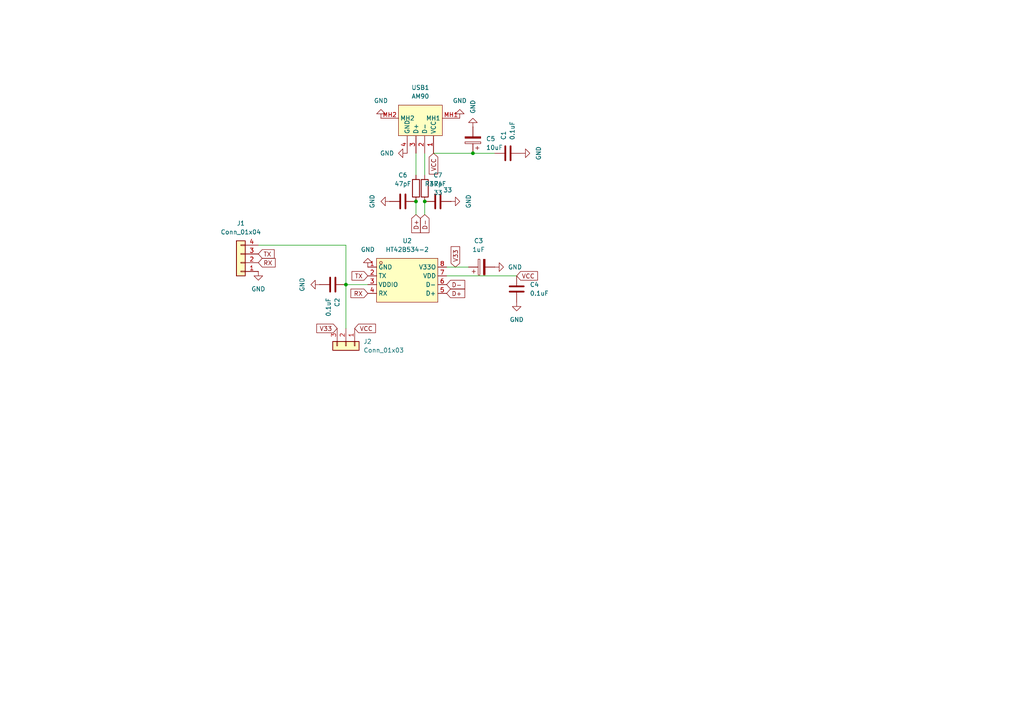
<source format=kicad_sch>
(kicad_sch (version 20231120) (generator "eeschema") (generator_version "8.0")
  (paper "A4")
  (lib_symbols
    (symbol "Connector_Generic:Conn_01x03" (pin_names (offset 1.016) hide)
      (property "Reference" "J" (at 0 5.08 0))
      (property "Value" "Conn_01x03" (at 0 -5.08 0))
      (symbol "Conn_01x03_1_1"
        (rectangle (start -1.27 -2.413) (end 0 -2.667) (stroke (width 0.1524)))
        (rectangle (start -1.27 0.127) (end 0 -0.127) (stroke (width 0.1524)))
        (rectangle (start -1.27 2.667) (end 0 2.413) (stroke (width 0.1524)))
        (rectangle (start -1.27 3.81) (end 1.27 -3.81) (stroke (width 0.254)) (fill (type background)))
        (pin passive line (at -5.08 2.54 0) (length 3.81) (name "Pin_1") (number "1"))
        (pin passive line (at -5.08 0 0) (length 3.81) (name "Pin_2") (number "2"))
        (pin passive line (at -5.08 -2.54 0) (length 3.81) (name "Pin_3") (number "3"))
      )
    )
    (symbol "Connector_Generic:Conn_01x04" (pin_names (offset 1.016) hide)
      (property "Reference" "J" (at 0 5.08 0))
      (property "Value" "Conn_01x04" (at 0 -7.62 0))
      (symbol "Conn_01x04_1_1"
        (rectangle (start -1.27 -4.953) (end 0 -5.207) (stroke (width 0.1524)))
        (rectangle (start -1.27 -2.413) (end 0 -2.667) (stroke (width 0.1524)))
        (rectangle (start -1.27 0.127) (end 0 -0.127) (stroke (width 0.1524)))
        (rectangle (start -1.27 2.667) (end 0 2.413) (stroke (width 0.1524)))
        (rectangle (start -1.27 3.81) (end 1.27 -6.35) (stroke (width 0.254)) (fill (type background)))
        (pin passive line (at -5.08 2.54 0) (length 3.81) (name "Pin_1") (number "1"))
        (pin passive line (at -5.08 0 0) (length 3.81) (name "Pin_2") (number "2"))
        (pin passive line (at -5.08 -2.54 0) (length 3.81) (name "Pin_3") (number "3"))
        (pin passive line (at -5.08 -5.08 0) (length 3.81) (name "Pin_4") (number "4"))
      )
    )
    (symbol "Device:C" (pin_numbers hide) (pin_names (offset 0.254))
      (property "Reference" "C" (at 0.635 2.54 0))
      (property "Value" "C" (at 0.635 -2.54 0))
      (symbol "C_0_1"
        (polyline (pts (xy -2.032 -0.762) (xy 2.032 -0.762)) (stroke (width 0.508)))
        (polyline (pts (xy -2.032 0.762) (xy 2.032 0.762)) (stroke (width 0.508)))
      )
      (symbol "C_1_1"
        (pin passive line (at 0 3.81 270) (length 2.794) (name "~") (number "1"))
        (pin passive line (at 0 -3.81 90) (length 2.794) (name "~") (number "2"))
      )
    )
    (symbol "Device:C_Polarized" (pin_numbers hide) (pin_names (offset 0.254))
      (property "Reference" "C" (at 0.635 2.54 0))
      (property "Value" "C_Polarized" (at 0.635 -2.54 0))
      (symbol "C_Polarized_0_1"
        (rectangle (start -2.286 0.508) (end 2.286 1.016))
        (polyline (pts (xy -1.778 2.286) (xy -0.762 2.286)))
        (polyline (pts (xy -1.27 2.794) (xy -1.27 1.778)))
        (rectangle (start 2.286 -0.508) (end -2.286 -1.016) (fill (type outline)))
      )
      (symbol "C_Polarized_1_1"
        (pin passive line (at 0 3.81 270) (length 2.794) (name "~") (number "1"))
        (pin passive line (at 0 -3.81 90) (length 2.794) (name "~") (number "2"))
      )
    )
    (symbol "Device:R" (pin_numbers hide) (pin_names (offset 0))
      (property "Reference" "R" (at 2.032 0 90))
      (property "Value" "R" (at 0 0 90))
      (symbol "R_0_1"
        (rectangle (start -1.016 -2.54) (end 1.016 2.54) (stroke (width 0.254)))
      )
      (symbol "R_1_1"
        (pin passive line (at 0 3.81 270) (length 1.27) (name "~") (number "1"))
        (pin passive line (at 0 -3.81 90) (length 1.27) (name "~") (number "2"))
      )
    )
    (symbol "easyeda2kicad:AM90"
      (property "Reference" "USB" (at 0 17.78 0))
      (property "Value" "AM90" (at 0 -15.24 0))
      (symbol "AM90_0_1"
        (rectangle (start -3.81 7.62) (end 5.08 -5.08) (fill (type background)))
        (pin input line (at 10.16 5.08 180) (length 5.08) (name "VCC") (number "1"))
        (pin input line (at 10.16 2.54 180) (length 5.08) (name "D-") (number "2"))
        (pin input line (at 10.16 0 180) (length 5.08) (name "D+") (number "3"))
        (pin input line (at 10.16 -2.54 180) (length 5.08) (name "GND") (number "4"))
        (pin unspecified line (at 0 12.7 270) (length 5.08) (name "MH1") (number "MH1"))
        (pin unspecified line (at 0 -10.16 90) (length 5.08) (name "MH2") (number "MH2"))
      )
    )
    (symbol "easyeda2kicad:HT42B534-2"
      (property "Reference" "U" (at 0 8.89 0))
      (property "Value" "HT42B534-2" (at 0 -8.89 0))
      (symbol "HT42B534-2_0_1"
        (rectangle (start -8.89 6.35) (end 8.89 -6.35) (fill (type background)))
        (circle (center -7.62 5.08) (radius 0.38))
        (pin unspecified line (at -11.43 3.81 0) (length 2.54) (name "GND") (number "1"))
        (pin unspecified line (at -11.43 1.27 0) (length 2.54) (name "TX") (number "2"))
        (pin unspecified line (at -11.43 -1.27 0) (length 2.54) (name "VDDIO") (number "3"))
        (pin unspecified line (at -11.43 -3.81 0) (length 2.54) (name "RX") (number "4"))
        (pin unspecified line (at 11.43 -3.81 180) (length 2.54) (name "D+") (number "5"))
        (pin unspecified line (at 11.43 -1.27 180) (length 2.54) (name "D-") (number "6"))
        (pin unspecified line (at 11.43 1.27 180) (length 2.54) (name "VDD") (number "7"))
        (pin unspecified line (at 11.43 3.81 180) (length 2.54) (name "V33O") (number "8"))
      )
    )
    (symbol "power:GND" (power) (pin_numbers hide) (pin_names (offset 0) hide)
      (property "Value" "GND" (at 0 -3.81 0))
      (symbol "GND_0_1"
        (polyline (pts (xy 0 0) (xy 0 -1.27) (xy 1.27 -1.27) (xy 0 -2.54) (xy -1.27 -1.27) (xy 0 -1.27)))
      )
      (symbol "GND_1_1"
        (pin power_in line (at 0 0 270) (length 0) (name "~") (number "1"))
      )
    )
  )
  (junction (at 123.19 58.42))
  (junction (at 120.65 58.42))
  (junction (at 137.16 44.45))
  (junction (at 100.33 82.55))
  (wire (pts (xy 120.65 62.23) (xy 120.65 58.42)))
  (wire (pts (xy 120.65 50.8) (xy 120.65 44.45)))
  (wire (pts (xy 123.19 62.23) (xy 123.19 58.42)))
  (wire (pts (xy 125.73 44.45) (xy 137.16 44.45)))
  (wire (pts (xy 137.16 44.45) (xy 143.51 44.45)))
  (wire (pts (xy 100.33 82.55) (xy 106.68 82.55)))
  (wire (pts (xy 129.54 80.01) (xy 149.86 80.01)))
  (wire (pts (xy 100.33 71.12) (xy 74.93 71.12)))
  (wire (pts (xy 135.89 77.47) (xy 129.54 77.47)))
  (wire (pts (xy 100.33 71.12) (xy 100.33 82.55)))
  (wire (pts (xy 100.33 82.55) (xy 100.33 95.25)))
  (wire (pts (xy 123.19 50.8) (xy 123.19 44.45)))
  (global_label "D-" (shape input) (at 123.19 62.23 270) (property "Intersheetrefs" "${INTERSHEET_REFS}" (effects (hide yes))))
  (global_label "VCC" (shape input) (at 125.73 44.45 270) (property "Intersheetrefs" "${INTERSHEET_REFS}" (effects (hide yes))))
  (global_label "RX" (shape input) (at 74.93 76.2 0) (property "Intersheetrefs" "${INTERSHEET_REFS}" (effects (hide yes))))
  (global_label "TX" (shape input) (at 106.68 80.01 180) (property "Intersheetrefs" "${INTERSHEET_REFS}" (effects (hide yes))))
  (global_label "V33" (shape input) (at 97.79 95.25 180) (property "Intersheetrefs" "${INTERSHEET_REFS}" (effects (hide yes))))
  (global_label "D+" (shape input) (at 120.65 62.23 270) (property "Intersheetrefs" "${INTERSHEET_REFS}" (effects (hide yes))))
  (global_label "D+" (shape input) (at 129.54 85.09 0) (property "Intersheetrefs" "${INTERSHEET_REFS}" (effects (hide yes))))
  (global_label "D-" (shape input) (at 129.54 82.55 0) (property "Intersheetrefs" "${INTERSHEET_REFS}" (effects (hide yes))))
  (global_label "RX" (shape input) (at 106.68 85.09 180) (property "Intersheetrefs" "${INTERSHEET_REFS}" (effects (hide yes))))
  (global_label "VCC" (shape input) (at 149.86 80.01 0) (property "Intersheetrefs" "${INTERSHEET_REFS}" (effects (hide yes))))
  (global_label "VCC" (shape input) (at 102.87 95.25 0) (property "Intersheetrefs" "${INTERSHEET_REFS}" (effects (hide yes))))
  (global_label "TX" (shape input) (at 74.93 73.66 0) (property "Intersheetrefs" "${INTERSHEET_REFS}" (effects (hide yes))))
  (global_label "V33" (shape input) (at 132.08 77.47 90) (property "Intersheetrefs" "${INTERSHEET_REFS}" (effects (hide yes))))
  (symbol (lib_id "Device:C_Polarized") (at 137.16 40.64 180) (unit 1)
    (property "Reference" "C5" (at 140.97 40.2589 0) (effects (justify right)))
    (property "Value" "10uF" (at 140.97 42.7989 0) (effects (justify right)))
    (property "Footprint" "Capacitor_SMD:C_Elec_5x5.4" (effects (hide yes)))
    (property "Description" "Polarized capacitor" (effects (hide yes)))
    (property "LSCS" "C4747971" (effects (hide yes)))
  )
  (symbol (lib_id "power:GND") (at 110.49 34.29 180) (unit 1)
    (property "Reference" "#PWR03" (effects (hide yes)))
    (property "Value" "GND" (at 110.49 29.21 0))
    (property "Description" "Power symbol creates a global label with name \"GND\" , ground" (effects (hide yes)))
  )
  (symbol (lib_id "Device:C_Polarized") (at 139.7 77.47 90) (unit 1)
    (property "Reference" "C3" (at 138.811 69.85 90))
    (property "Value" "1uF" (at 138.811 72.39 90))
    (property "Footprint" "Capacitor_SMD:CP_Elec_4x5.4" (effects (hide yes)))
    (property "Description" "Polarized capacitor" (effects (hide yes)))
    (property "LCSC" "C4747972" (effects (hide yes)))
  )
  (symbol (lib_id "power:GND") (at 113.03 58.42 270) (unit 1)
    (property "Reference" "#PWR011" (effects (hide yes)))
    (property "Value" "GND" (at 107.95 58.42 0))
    (property "Description" "Power symbol creates a global label with name \"GND\" , ground" (effects (hide yes)))
  )
  (symbol (lib_id "easyeda2kicad:AM90") (at 120.65 34.29 270) (unit 1)
    (property "Reference" "USB1" (at 121.92 25.4 90))
    (property "Value" "AM90" (at 121.92 27.94 90))
    (property "Footprint" "easyeda2kicad:USB-AM-TH_AM90" (effects (hide yes)))
    (property "LCSC Part" "C404965" (effects (hide yes)))
  )
  (symbol (lib_id "Device:C") (at 127 58.42 90) (mirror x) (unit 1)
    (property "Reference" "C7" (at 127 50.8 90))
    (property "Value" "47pF" (at 127 53.34 90))
    (property "Footprint" "Capacitor_SMD:C_0603_1608Metric" (effects (hide yes)))
    (property "Description" "Unpolarized capacitor" (effects (hide yes)))
  )
  (symbol (lib_id "Device:C") (at 149.86 83.82 0) (unit 1)
    (property "Reference" "C4" (at 153.67 82.5499 0) (effects (justify left)))
    (property "Value" "0.1uF" (at 153.67 85.0899 0) (effects (justify left)))
    (property "Footprint" "Capacitor_SMD:C_0603_1608Metric" (effects (hide yes)))
    (property "Description" "Unpolarized capacitor" (effects (hide yes)))
  )
  (symbol (lib_id "power:GND") (at 143.51 77.47 90) (unit 1)
    (property "Reference" "#PWR08" (effects (hide yes)))
    (property "Value" "GND" (at 147.32 77.4699 90) (effects (justify right)))
    (property "Description" "Power symbol creates a global label with name \"GND\" , ground" (effects (hide yes)))
  )
  (symbol (lib_id "Device:R") (at 123.19 54.61 0) (mirror y) (unit 1)
    (property "Reference" "R4" (at 125.73 53.3399 0) (effects (justify right)))
    (property "Value" "33" (at 125.73 55.8799 0) (effects (justify right)))
    (property "Footprint" "Resistor_SMD:R_0603_1608Metric" (effects (hide yes)))
    (property "Description" "Resistor" (effects (hide yes)))
  )
  (symbol (lib_id "Device:C") (at 147.32 44.45 90) (unit 1)
    (property "Reference" "C1" (at 146.0499 40.64 0) (effects (justify left)))
    (property "Value" "0.1uF" (at 148.5899 40.64 0) (effects (justify left)))
    (property "Footprint" "Capacitor_SMD:C_0603_1608Metric" (effects (hide yes)))
    (property "Description" "Unpolarized capacitor" (effects (hide yes)))
  )
  (symbol (lib_id "power:GND") (at 151.13 44.45 90) (unit 1)
    (property "Reference" "#PWR07" (effects (hide yes)))
    (property "Value" "GND" (at 156.21 44.45 0))
    (property "Description" "Power symbol creates a global label with name \"GND\" , ground" (effects (hide yes)))
  )
  (symbol (lib_id "power:GND") (at 133.35 34.29 180) (unit 1)
    (property "Reference" "#PWR04" (effects (hide yes)))
    (property "Value" "GND" (at 133.35 29.21 0))
    (property "Description" "Power symbol creates a global label with name \"GND\" , ground" (effects (hide yes)))
  )
  (symbol (lib_id "Connector_Generic:Conn_01x04") (at 69.85 76.2 180) (unit 1)
    (property "Reference" "J1" (at 69.85 64.77 0))
    (property "Value" "Conn_01x04" (at 69.85 67.31 0))
    (property "Footprint" "Connector_PinHeader_2.54mm:PinHeader_1x04_P2.54mm_Horizontal" (effects (hide yes)))
    (property "Description" "Generic connector, single row, 01x04, script generated (kicad-library-utils/schlib/autogen/connector/)" (effects (hide yes)))
  )
  (symbol (lib_id "Device:C") (at 116.84 58.42 270) (unit 1)
    (property "Reference" "C6" (at 116.84 50.8 90))
    (property "Value" "47pF" (at 116.84 53.34 90))
    (property "Footprint" "Capacitor_SMD:C_0603_1608Metric" (effects (hide yes)))
    (property "Description" "Unpolarized capacitor" (effects (hide yes)))
  )
  (symbol (lib_id "power:GND") (at 92.71 82.55 270) (unit 1)
    (property "Reference" "#PWR06" (effects (hide yes)))
    (property "Value" "GND" (at 87.63 82.55 0))
    (property "Description" "Power symbol creates a global label with name \"GND\" , ground" (effects (hide yes)))
  )
  (symbol (lib_id "Device:C") (at 96.52 82.55 270) (unit 1)
    (property "Reference" "C2" (at 97.7901 86.36 0) (effects (justify left)))
    (property "Value" "0.1uF" (at 95.2501 86.36 0) (effects (justify left)))
    (property "Footprint" "Capacitor_SMD:C_0603_1608Metric" (effects (hide yes)))
    (property "Description" "Unpolarized capacitor" (effects (hide yes)))
  )
  (symbol (lib_id "easyeda2kicad:HT42B534-2") (at 118.11 81.28 0) (unit 1)
    (property "Reference" "U2" (at 118.11 69.85 0))
    (property "Value" "HT42B534-2" (at 118.11 72.39 0))
    (property "Footprint" "easyeda2kicad:SOP-8_L4.9-W3.9-P1.27-LS6.0-BL" (effects (hide yes)))
    (property "Datasheet" "https://lcsc.com/product-detail/New-Arrivals_Holtek-Semicon-HT42B534_C493294.html" (effects (hide yes)))
    (property "LCSC Part" "C493294" (effects (hide yes)))
  )
  (symbol (lib_id "Device:R") (at 120.65 54.61 0) (unit 1)
    (property "Reference" "R3" (at 123.19 53.3399 0) (effects (justify left)))
    (property "Value" "33" (at 128.524 55.118 0) (effects (justify left)))
    (property "Footprint" "Resistor_SMD:R_0603_1608Metric" (effects (hide yes)))
    (property "Description" "Resistor" (effects (hide yes)))
  )
  (symbol (lib_id "power:GND") (at 118.11 44.45 270) (unit 1)
    (property "Reference" "#PWR02" (effects (hide yes)))
    (property "Value" "GND" (at 114.3 44.4499 90) (effects (justify right)))
    (property "Description" "Power symbol creates a global label with name \"GND\" , ground" (effects (hide yes)))
  )
  (symbol (lib_id "Connector_Generic:Conn_01x03") (at 100.33 100.33 270) (unit 1)
    (property "Reference" "J2" (at 105.41 99.0599 90) (effects (justify left)))
    (property "Value" "Conn_01x03" (at 105.41 101.5999 90) (effects (justify left)))
    (property "Footprint" "Connector_PinHeader_2.54mm:PinHeader_1x03_P2.54mm_Vertical" (effects (hide yes)))
    (property "Description" "Generic connector, single row, 01x03, script generated (kicad-library-utils/schlib/autogen/connector/)" (effects (hide yes)))
  )
  (symbol (lib_id "power:GND") (at 149.86 87.63 0) (unit 1)
    (property "Reference" "#PWR09" (effects (hide yes)))
    (property "Value" "GND" (at 149.86 92.71 0))
    (property "Description" "Power symbol creates a global label with name \"GND\" , ground" (effects (hide yes)))
  )
  (symbol (lib_id "power:GND") (at 106.68 77.47 180) (unit 1)
    (property "Reference" "#PWR01" (effects (hide yes)))
    (property "Value" "GND" (at 106.68 72.39 0))
    (property "Description" "Power symbol creates a global label with name \"GND\" , ground" (effects (hide yes)))
  )
  (symbol (lib_id "power:GND") (at 130.81 58.42 90) (mirror x) (unit 1)
    (property "Reference" "#PWR012" (effects (hide yes)))
    (property "Value" "GND" (at 135.89 58.42 0))
    (property "Description" "Power symbol creates a global label with name \"GND\" , ground" (effects (hide yes)))
  )
  (symbol (lib_id "power:GND") (at 74.93 78.74 0) (unit 1)
    (property "Reference" "#PWR05" (effects (hide yes)))
    (property "Value" "GND" (at 74.93 83.82 0))
    (property "Description" "Power symbol creates a global label with name \"GND\" , ground" (effects (hide yes)))
  )
  (symbol (lib_id "power:GND") (at 137.16 36.83 180) (unit 1)
    (property "Reference" "#PWR010" (effects (hide yes)))
    (property "Value" "GND" (at 137.1599 33.02 90) (effects (justify right)))
    (property "Description" "Power symbol creates a global label with name \"GND\" , ground" (effects (hide yes)))
  )
)
</source>
